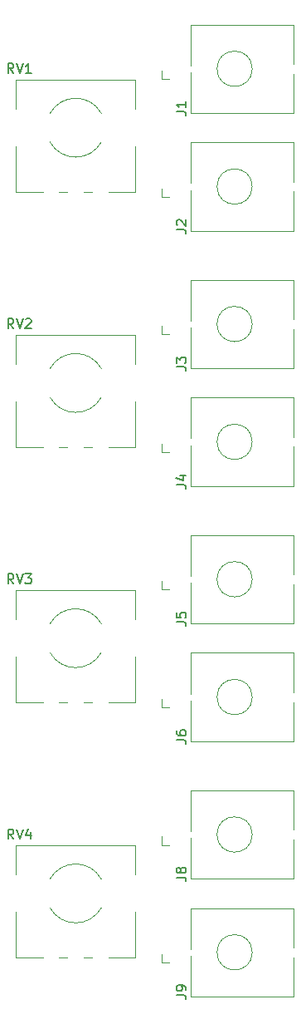
<source format=gbr>
G04 #@! TF.GenerationSoftware,KiCad,Pcbnew,(5.1.4)-1*
G04 #@! TF.CreationDate,2019-11-28T10:56:44-08:00*
G04 #@! TF.ProjectId,Attenuverter,41747465-6e75-4766-9572-7465722e6b69,rev?*
G04 #@! TF.SameCoordinates,Original*
G04 #@! TF.FileFunction,Legend,Top*
G04 #@! TF.FilePolarity,Positive*
%FSLAX46Y46*%
G04 Gerber Fmt 4.6, Leading zero omitted, Abs format (unit mm)*
G04 Created by KiCad (PCBNEW (5.1.4)-1) date 2019-11-28 10:56:44*
%MOMM*%
%LPD*%
G04 APERTURE LIST*
%ADD10C,0.120000*%
%ADD11C,0.150000*%
G04 APERTURE END LIST*
D10*
X104625582Y-137545754D02*
G75*
G02X109874000Y-137545000I2624418J-1454246D01*
G01*
X109874100Y-140455624D02*
G75*
G02X104625000Y-140454000I-2624100J1455624D01*
G01*
X101140000Y-145560000D02*
X101140000Y-140902000D01*
X101140000Y-137097000D02*
X101140000Y-134090000D01*
X113360000Y-145560000D02*
X113360000Y-140902000D01*
X113360000Y-137097000D02*
X113360000Y-134090000D01*
X101140000Y-145560000D02*
X103925000Y-145560000D01*
X105575000Y-145560000D02*
X106425000Y-145560000D01*
X108075000Y-145560000D02*
X108925000Y-145560000D01*
X110575000Y-145560000D02*
X113360000Y-145560000D01*
X101140000Y-134090000D02*
X113360000Y-134090000D01*
X104625582Y-59545754D02*
G75*
G02X109874000Y-59545000I2624418J-1454246D01*
G01*
X109874100Y-62455624D02*
G75*
G02X104625000Y-62454000I-2624100J1455624D01*
G01*
X101140000Y-67560000D02*
X101140000Y-62902000D01*
X101140000Y-59097000D02*
X101140000Y-56090000D01*
X113360000Y-67560000D02*
X113360000Y-62902000D01*
X113360000Y-59097000D02*
X113360000Y-56090000D01*
X101140000Y-67560000D02*
X103925000Y-67560000D01*
X105575000Y-67560000D02*
X106425000Y-67560000D01*
X108075000Y-67560000D02*
X108925000Y-67560000D01*
X110575000Y-67560000D02*
X113360000Y-67560000D01*
X101140000Y-56090000D02*
X113360000Y-56090000D01*
X118980000Y-59500000D02*
X129480000Y-59500000D01*
X118980000Y-50500000D02*
X129480000Y-50500000D01*
X129480000Y-50500000D02*
X129480000Y-54500000D01*
X129480000Y-55500000D02*
X129480000Y-59500000D01*
X118980000Y-50500000D02*
X118980000Y-54650000D01*
X118980000Y-55350000D02*
X118980000Y-59500000D01*
X125280000Y-55000000D02*
G75*
G03X125280000Y-55000000I-1800000J0D01*
G01*
X116000000Y-56060000D02*
X116800000Y-56060000D01*
X116000000Y-56060000D02*
X116000000Y-55200000D01*
X118980000Y-71500000D02*
X129480000Y-71500000D01*
X118980000Y-62500000D02*
X129480000Y-62500000D01*
X129480000Y-62500000D02*
X129480000Y-66500000D01*
X129480000Y-67500000D02*
X129480000Y-71500000D01*
X118980000Y-62500000D02*
X118980000Y-66650000D01*
X118980000Y-67350000D02*
X118980000Y-71500000D01*
X125280000Y-67000000D02*
G75*
G03X125280000Y-67000000I-1800000J0D01*
G01*
X116000000Y-68060000D02*
X116800000Y-68060000D01*
X116000000Y-68060000D02*
X116000000Y-67200000D01*
X118980000Y-85500000D02*
X129480000Y-85500000D01*
X118980000Y-76500000D02*
X129480000Y-76500000D01*
X129480000Y-76500000D02*
X129480000Y-80500000D01*
X129480000Y-81500000D02*
X129480000Y-85500000D01*
X118980000Y-76500000D02*
X118980000Y-80650000D01*
X118980000Y-81350000D02*
X118980000Y-85500000D01*
X125280000Y-81000000D02*
G75*
G03X125280000Y-81000000I-1800000J0D01*
G01*
X116000000Y-82060000D02*
X116800000Y-82060000D01*
X116000000Y-82060000D02*
X116000000Y-81200000D01*
X118980000Y-97500000D02*
X129480000Y-97500000D01*
X118980000Y-88500000D02*
X129480000Y-88500000D01*
X129480000Y-88500000D02*
X129480000Y-92500000D01*
X129480000Y-93500000D02*
X129480000Y-97500000D01*
X118980000Y-88500000D02*
X118980000Y-92650000D01*
X118980000Y-93350000D02*
X118980000Y-97500000D01*
X125280000Y-93000000D02*
G75*
G03X125280000Y-93000000I-1800000J0D01*
G01*
X116000000Y-94060000D02*
X116800000Y-94060000D01*
X116000000Y-94060000D02*
X116000000Y-93200000D01*
X118980000Y-111500000D02*
X129480000Y-111500000D01*
X118980000Y-102500000D02*
X129480000Y-102500000D01*
X129480000Y-102500000D02*
X129480000Y-106500000D01*
X129480000Y-107500000D02*
X129480000Y-111500000D01*
X118980000Y-102500000D02*
X118980000Y-106650000D01*
X118980000Y-107350000D02*
X118980000Y-111500000D01*
X125280000Y-107000000D02*
G75*
G03X125280000Y-107000000I-1800000J0D01*
G01*
X116000000Y-108060000D02*
X116800000Y-108060000D01*
X116000000Y-108060000D02*
X116000000Y-107200000D01*
X118980000Y-123500000D02*
X129480000Y-123500000D01*
X118980000Y-114500000D02*
X129480000Y-114500000D01*
X129480000Y-114500000D02*
X129480000Y-118500000D01*
X129480000Y-119500000D02*
X129480000Y-123500000D01*
X118980000Y-114500000D02*
X118980000Y-118650000D01*
X118980000Y-119350000D02*
X118980000Y-123500000D01*
X125280000Y-119000000D02*
G75*
G03X125280000Y-119000000I-1800000J0D01*
G01*
X116000000Y-120060000D02*
X116800000Y-120060000D01*
X116000000Y-120060000D02*
X116000000Y-119200000D01*
X118980000Y-137500000D02*
X129480000Y-137500000D01*
X118980000Y-128500000D02*
X129480000Y-128500000D01*
X129480000Y-128500000D02*
X129480000Y-132500000D01*
X129480000Y-133500000D02*
X129480000Y-137500000D01*
X118980000Y-128500000D02*
X118980000Y-132650000D01*
X118980000Y-133350000D02*
X118980000Y-137500000D01*
X125280000Y-133000000D02*
G75*
G03X125280000Y-133000000I-1800000J0D01*
G01*
X116000000Y-134060000D02*
X116800000Y-134060000D01*
X116000000Y-134060000D02*
X116000000Y-133200000D01*
X118980000Y-149500000D02*
X129480000Y-149500000D01*
X118980000Y-140500000D02*
X129480000Y-140500000D01*
X129480000Y-140500000D02*
X129480000Y-144500000D01*
X129480000Y-145500000D02*
X129480000Y-149500000D01*
X118980000Y-140500000D02*
X118980000Y-144650000D01*
X118980000Y-145350000D02*
X118980000Y-149500000D01*
X125280000Y-145000000D02*
G75*
G03X125280000Y-145000000I-1800000J0D01*
G01*
X116000000Y-146060000D02*
X116800000Y-146060000D01*
X116000000Y-146060000D02*
X116000000Y-145200000D01*
X104625582Y-85545754D02*
G75*
G02X109874000Y-85545000I2624418J-1454246D01*
G01*
X109874100Y-88455624D02*
G75*
G02X104625000Y-88454000I-2624100J1455624D01*
G01*
X101140000Y-93560000D02*
X101140000Y-88902000D01*
X101140000Y-85097000D02*
X101140000Y-82090000D01*
X113360000Y-93560000D02*
X113360000Y-88902000D01*
X113360000Y-85097000D02*
X113360000Y-82090000D01*
X101140000Y-93560000D02*
X103925000Y-93560000D01*
X105575000Y-93560000D02*
X106425000Y-93560000D01*
X108075000Y-93560000D02*
X108925000Y-93560000D01*
X110575000Y-93560000D02*
X113360000Y-93560000D01*
X101140000Y-82090000D02*
X113360000Y-82090000D01*
X104625582Y-111545754D02*
G75*
G02X109874000Y-111545000I2624418J-1454246D01*
G01*
X109874100Y-114455624D02*
G75*
G02X104625000Y-114454000I-2624100J1455624D01*
G01*
X101140000Y-119560000D02*
X101140000Y-114902000D01*
X101140000Y-111097000D02*
X101140000Y-108090000D01*
X113360000Y-119560000D02*
X113360000Y-114902000D01*
X113360000Y-111097000D02*
X113360000Y-108090000D01*
X101140000Y-119560000D02*
X103925000Y-119560000D01*
X105575000Y-119560000D02*
X106425000Y-119560000D01*
X108075000Y-119560000D02*
X108925000Y-119560000D01*
X110575000Y-119560000D02*
X113360000Y-119560000D01*
X101140000Y-108090000D02*
X113360000Y-108090000D01*
D11*
X100904761Y-133452380D02*
X100571428Y-132976190D01*
X100333333Y-133452380D02*
X100333333Y-132452380D01*
X100714285Y-132452380D01*
X100809523Y-132500000D01*
X100857142Y-132547619D01*
X100904761Y-132642857D01*
X100904761Y-132785714D01*
X100857142Y-132880952D01*
X100809523Y-132928571D01*
X100714285Y-132976190D01*
X100333333Y-132976190D01*
X101190476Y-132452380D02*
X101523809Y-133452380D01*
X101857142Y-132452380D01*
X102619047Y-132785714D02*
X102619047Y-133452380D01*
X102380952Y-132404761D02*
X102142857Y-133119047D01*
X102761904Y-133119047D01*
X100904761Y-55452380D02*
X100571428Y-54976190D01*
X100333333Y-55452380D02*
X100333333Y-54452380D01*
X100714285Y-54452380D01*
X100809523Y-54500000D01*
X100857142Y-54547619D01*
X100904761Y-54642857D01*
X100904761Y-54785714D01*
X100857142Y-54880952D01*
X100809523Y-54928571D01*
X100714285Y-54976190D01*
X100333333Y-54976190D01*
X101190476Y-54452380D02*
X101523809Y-55452380D01*
X101857142Y-54452380D01*
X102714285Y-55452380D02*
X102142857Y-55452380D01*
X102428571Y-55452380D02*
X102428571Y-54452380D01*
X102333333Y-54595238D01*
X102238095Y-54690476D01*
X102142857Y-54738095D01*
X117532380Y-59363333D02*
X118246666Y-59363333D01*
X118389523Y-59410952D01*
X118484761Y-59506190D01*
X118532380Y-59649047D01*
X118532380Y-59744285D01*
X118532380Y-58363333D02*
X118532380Y-58934761D01*
X118532380Y-58649047D02*
X117532380Y-58649047D01*
X117675238Y-58744285D01*
X117770476Y-58839523D01*
X117818095Y-58934761D01*
X117532380Y-71363333D02*
X118246666Y-71363333D01*
X118389523Y-71410952D01*
X118484761Y-71506190D01*
X118532380Y-71649047D01*
X118532380Y-71744285D01*
X117627619Y-70934761D02*
X117580000Y-70887142D01*
X117532380Y-70791904D01*
X117532380Y-70553809D01*
X117580000Y-70458571D01*
X117627619Y-70410952D01*
X117722857Y-70363333D01*
X117818095Y-70363333D01*
X117960952Y-70410952D01*
X118532380Y-70982380D01*
X118532380Y-70363333D01*
X117532380Y-85363333D02*
X118246666Y-85363333D01*
X118389523Y-85410952D01*
X118484761Y-85506190D01*
X118532380Y-85649047D01*
X118532380Y-85744285D01*
X117532380Y-84982380D02*
X117532380Y-84363333D01*
X117913333Y-84696666D01*
X117913333Y-84553809D01*
X117960952Y-84458571D01*
X118008571Y-84410952D01*
X118103809Y-84363333D01*
X118341904Y-84363333D01*
X118437142Y-84410952D01*
X118484761Y-84458571D01*
X118532380Y-84553809D01*
X118532380Y-84839523D01*
X118484761Y-84934761D01*
X118437142Y-84982380D01*
X117532380Y-97363333D02*
X118246666Y-97363333D01*
X118389523Y-97410952D01*
X118484761Y-97506190D01*
X118532380Y-97649047D01*
X118532380Y-97744285D01*
X117865714Y-96458571D02*
X118532380Y-96458571D01*
X117484761Y-96696666D02*
X118199047Y-96934761D01*
X118199047Y-96315714D01*
X117532380Y-111363333D02*
X118246666Y-111363333D01*
X118389523Y-111410952D01*
X118484761Y-111506190D01*
X118532380Y-111649047D01*
X118532380Y-111744285D01*
X117532380Y-110410952D02*
X117532380Y-110887142D01*
X118008571Y-110934761D01*
X117960952Y-110887142D01*
X117913333Y-110791904D01*
X117913333Y-110553809D01*
X117960952Y-110458571D01*
X118008571Y-110410952D01*
X118103809Y-110363333D01*
X118341904Y-110363333D01*
X118437142Y-110410952D01*
X118484761Y-110458571D01*
X118532380Y-110553809D01*
X118532380Y-110791904D01*
X118484761Y-110887142D01*
X118437142Y-110934761D01*
X117532380Y-123363333D02*
X118246666Y-123363333D01*
X118389523Y-123410952D01*
X118484761Y-123506190D01*
X118532380Y-123649047D01*
X118532380Y-123744285D01*
X117532380Y-122458571D02*
X117532380Y-122649047D01*
X117580000Y-122744285D01*
X117627619Y-122791904D01*
X117770476Y-122887142D01*
X117960952Y-122934761D01*
X118341904Y-122934761D01*
X118437142Y-122887142D01*
X118484761Y-122839523D01*
X118532380Y-122744285D01*
X118532380Y-122553809D01*
X118484761Y-122458571D01*
X118437142Y-122410952D01*
X118341904Y-122363333D01*
X118103809Y-122363333D01*
X118008571Y-122410952D01*
X117960952Y-122458571D01*
X117913333Y-122553809D01*
X117913333Y-122744285D01*
X117960952Y-122839523D01*
X118008571Y-122887142D01*
X118103809Y-122934761D01*
X117532380Y-137363333D02*
X118246666Y-137363333D01*
X118389523Y-137410952D01*
X118484761Y-137506190D01*
X118532380Y-137649047D01*
X118532380Y-137744285D01*
X117960952Y-136744285D02*
X117913333Y-136839523D01*
X117865714Y-136887142D01*
X117770476Y-136934761D01*
X117722857Y-136934761D01*
X117627619Y-136887142D01*
X117580000Y-136839523D01*
X117532380Y-136744285D01*
X117532380Y-136553809D01*
X117580000Y-136458571D01*
X117627619Y-136410952D01*
X117722857Y-136363333D01*
X117770476Y-136363333D01*
X117865714Y-136410952D01*
X117913333Y-136458571D01*
X117960952Y-136553809D01*
X117960952Y-136744285D01*
X118008571Y-136839523D01*
X118056190Y-136887142D01*
X118151428Y-136934761D01*
X118341904Y-136934761D01*
X118437142Y-136887142D01*
X118484761Y-136839523D01*
X118532380Y-136744285D01*
X118532380Y-136553809D01*
X118484761Y-136458571D01*
X118437142Y-136410952D01*
X118341904Y-136363333D01*
X118151428Y-136363333D01*
X118056190Y-136410952D01*
X118008571Y-136458571D01*
X117960952Y-136553809D01*
X117532380Y-149363333D02*
X118246666Y-149363333D01*
X118389523Y-149410952D01*
X118484761Y-149506190D01*
X118532380Y-149649047D01*
X118532380Y-149744285D01*
X118532380Y-148839523D02*
X118532380Y-148649047D01*
X118484761Y-148553809D01*
X118437142Y-148506190D01*
X118294285Y-148410952D01*
X118103809Y-148363333D01*
X117722857Y-148363333D01*
X117627619Y-148410952D01*
X117580000Y-148458571D01*
X117532380Y-148553809D01*
X117532380Y-148744285D01*
X117580000Y-148839523D01*
X117627619Y-148887142D01*
X117722857Y-148934761D01*
X117960952Y-148934761D01*
X118056190Y-148887142D01*
X118103809Y-148839523D01*
X118151428Y-148744285D01*
X118151428Y-148553809D01*
X118103809Y-148458571D01*
X118056190Y-148410952D01*
X117960952Y-148363333D01*
X100904761Y-81452380D02*
X100571428Y-80976190D01*
X100333333Y-81452380D02*
X100333333Y-80452380D01*
X100714285Y-80452380D01*
X100809523Y-80500000D01*
X100857142Y-80547619D01*
X100904761Y-80642857D01*
X100904761Y-80785714D01*
X100857142Y-80880952D01*
X100809523Y-80928571D01*
X100714285Y-80976190D01*
X100333333Y-80976190D01*
X101190476Y-80452380D02*
X101523809Y-81452380D01*
X101857142Y-80452380D01*
X102142857Y-80547619D02*
X102190476Y-80500000D01*
X102285714Y-80452380D01*
X102523809Y-80452380D01*
X102619047Y-80500000D01*
X102666666Y-80547619D01*
X102714285Y-80642857D01*
X102714285Y-80738095D01*
X102666666Y-80880952D01*
X102095238Y-81452380D01*
X102714285Y-81452380D01*
X100904761Y-107452380D02*
X100571428Y-106976190D01*
X100333333Y-107452380D02*
X100333333Y-106452380D01*
X100714285Y-106452380D01*
X100809523Y-106500000D01*
X100857142Y-106547619D01*
X100904761Y-106642857D01*
X100904761Y-106785714D01*
X100857142Y-106880952D01*
X100809523Y-106928571D01*
X100714285Y-106976190D01*
X100333333Y-106976190D01*
X101190476Y-106452380D02*
X101523809Y-107452380D01*
X101857142Y-106452380D01*
X102095238Y-106452380D02*
X102714285Y-106452380D01*
X102380952Y-106833333D01*
X102523809Y-106833333D01*
X102619047Y-106880952D01*
X102666666Y-106928571D01*
X102714285Y-107023809D01*
X102714285Y-107261904D01*
X102666666Y-107357142D01*
X102619047Y-107404761D01*
X102523809Y-107452380D01*
X102238095Y-107452380D01*
X102142857Y-107404761D01*
X102095238Y-107357142D01*
M02*

</source>
